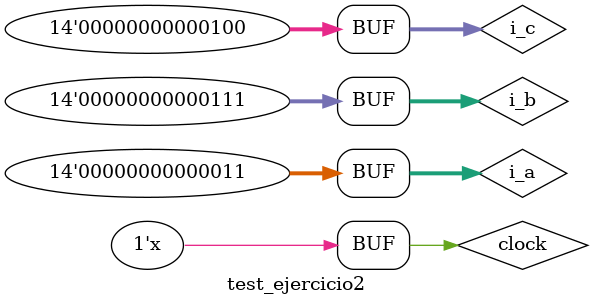
<source format=v>
`timescale 1ns / 1ps


module test_ejercicio2;

	// Inputs
	reg [13:0] i_a;
	reg [13:0] i_b;
	reg [13:0] i_c;
	reg clock;

	// Outputs
	wire [13:0] result;

	// Instantiate the Unit Under Test (UUT)
	ejercicio_2 uut (
		.i_a(i_a), 
		.i_b(i_b), 
		.i_c(i_c), 
		.result(result), 
		.clock(clock)
	);

	initial begin
		// Initialize Inputs
		i_a = 3;
		i_b = 4;
		i_c = 5;
		clock = 0;

		// Wait 100 ns for global reset to finish
		#100;
		
		
		i_a = 6;
		i_b = 3;
		i_c = 4;
		
		#100;
        
		i_a = 3;
		i_b = 7;
		i_c = 4;
		
		#100;
		// Add stimulus here

	end
	
		always #10
		clock = ~clock;
      
endmodule


</source>
